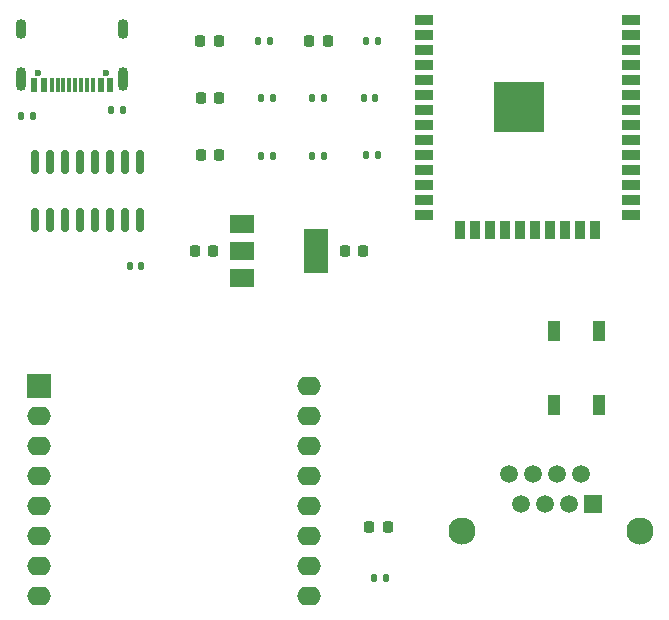
<source format=gbr>
%TF.GenerationSoftware,KiCad,Pcbnew,(6.0.11-0)*%
%TF.CreationDate,2023-03-27T22:19:29-07:00*%
%TF.ProjectId,LED,4c45442e-6b69-4636-9164-5f7063625858,rev?*%
%TF.SameCoordinates,Original*%
%TF.FileFunction,Soldermask,Top*%
%TF.FilePolarity,Negative*%
%FSLAX46Y46*%
G04 Gerber Fmt 4.6, Leading zero omitted, Abs format (unit mm)*
G04 Created by KiCad (PCBNEW (6.0.11-0)) date 2023-03-27 22:19:29*
%MOMM*%
%LPD*%
G01*
G04 APERTURE LIST*
G04 Aperture macros list*
%AMRoundRect*
0 Rectangle with rounded corners*
0 $1 Rounding radius*
0 $2 $3 $4 $5 $6 $7 $8 $9 X,Y pos of 4 corners*
0 Add a 4 corners polygon primitive as box body*
4,1,4,$2,$3,$4,$5,$6,$7,$8,$9,$2,$3,0*
0 Add four circle primitives for the rounded corners*
1,1,$1+$1,$2,$3*
1,1,$1+$1,$4,$5*
1,1,$1+$1,$6,$7*
1,1,$1+$1,$8,$9*
0 Add four rect primitives between the rounded corners*
20,1,$1+$1,$2,$3,$4,$5,0*
20,1,$1+$1,$4,$5,$6,$7,0*
20,1,$1+$1,$6,$7,$8,$9,0*
20,1,$1+$1,$8,$9,$2,$3,0*%
G04 Aperture macros list end*
%ADD10R,2.000000X2.000000*%
%ADD11O,2.000000X1.600000*%
%ADD12RoundRect,0.225000X0.225000X0.250000X-0.225000X0.250000X-0.225000X-0.250000X0.225000X-0.250000X0*%
%ADD13RoundRect,0.135000X0.135000X0.185000X-0.135000X0.185000X-0.135000X-0.185000X0.135000X-0.185000X0*%
%ADD14RoundRect,0.140000X0.140000X0.170000X-0.140000X0.170000X-0.140000X-0.170000X0.140000X-0.170000X0*%
%ADD15R,2.000000X1.500000*%
%ADD16R,2.000000X3.800000*%
%ADD17RoundRect,0.218750X-0.218750X-0.256250X0.218750X-0.256250X0.218750X0.256250X-0.218750X0.256250X0*%
%ADD18RoundRect,0.135000X-0.135000X-0.185000X0.135000X-0.185000X0.135000X0.185000X-0.135000X0.185000X0*%
%ADD19RoundRect,0.225000X-0.225000X-0.250000X0.225000X-0.250000X0.225000X0.250000X-0.225000X0.250000X0*%
%ADD20C,2.300000*%
%ADD21R,1.500000X1.500000*%
%ADD22C,1.500000*%
%ADD23R,1.000000X1.700000*%
%ADD24RoundRect,0.140000X-0.140000X-0.170000X0.140000X-0.170000X0.140000X0.170000X-0.140000X0.170000X0*%
%ADD25R,1.500000X0.900000*%
%ADD26R,0.900000X1.500000*%
%ADD27C,0.700000*%
%ADD28R,4.200000X4.200000*%
%ADD29RoundRect,0.150000X-0.150000X0.825000X-0.150000X-0.825000X0.150000X-0.825000X0.150000X0.825000X0*%
%ADD30C,0.600000*%
%ADD31R,0.600000X1.160000*%
%ADD32R,0.300000X1.160000*%
%ADD33O,0.900000X2.000000*%
%ADD34O,0.900000X1.700000*%
G04 APERTURE END LIST*
D10*
%TO.C,U2*%
X73373000Y-92710000D03*
D11*
X73373000Y-95250000D03*
X73373000Y-97790000D03*
X73373000Y-100330000D03*
X73373000Y-102870000D03*
X73373000Y-105410000D03*
X73373000Y-107950000D03*
X73373000Y-110490000D03*
X96233000Y-110490000D03*
X96233000Y-107950000D03*
X96233000Y-105410000D03*
X96233000Y-102870000D03*
X96233000Y-100330000D03*
X96233000Y-97790000D03*
X96233000Y-95250000D03*
X96233000Y-92710000D03*
%TD*%
D12*
%TO.C,C2*%
X97816000Y-63500000D03*
X96266000Y-63500000D03*
%TD*%
D13*
%TO.C,R4*%
X102797231Y-108978000D03*
X101777231Y-108978000D03*
%TD*%
D14*
%TO.C,C1*%
X101837000Y-68326000D03*
X100877000Y-68326000D03*
%TD*%
D15*
%TO.C,U4*%
X90576000Y-78980000D03*
D16*
X96876000Y-81280000D03*
D15*
X90576000Y-81280000D03*
X90576000Y-83580000D03*
%TD*%
D17*
%TO.C,D3*%
X87040000Y-63500000D03*
X88615000Y-63500000D03*
%TD*%
D18*
%TO.C,R7*%
X101101000Y-73202800D03*
X102121000Y-73202800D03*
%TD*%
D13*
%TO.C,R6*%
X93207500Y-68326000D03*
X92187500Y-68326000D03*
%TD*%
%TO.C,R1*%
X72900000Y-69850000D03*
X71880000Y-69850000D03*
%TD*%
D18*
%TO.C,R2*%
X79500000Y-69342000D03*
X80520000Y-69342000D03*
%TD*%
D19*
%TO.C,C4*%
X86601000Y-81280000D03*
X88151000Y-81280000D03*
%TD*%
D20*
%TO.C,J2*%
X124229829Y-105013169D03*
X109229829Y-105013169D03*
D21*
X120299829Y-102713169D03*
D22*
X119279829Y-100173169D03*
X118259829Y-102713169D03*
X117239829Y-100173169D03*
X116219829Y-102713169D03*
X115199829Y-100173169D03*
X114179829Y-102713169D03*
X113159829Y-100173169D03*
%TD*%
D13*
%TO.C,R8*%
X93207500Y-73240000D03*
X92187500Y-73240000D03*
%TD*%
D23*
%TO.C,SW1*%
X116972000Y-94336000D03*
X116972000Y-88036000D03*
X120772000Y-94336000D03*
X120772000Y-88036000D03*
%TD*%
D17*
%TO.C,D1*%
X87084000Y-68326000D03*
X88659000Y-68326000D03*
%TD*%
D24*
%TO.C,C6*%
X81054000Y-82550000D03*
X82014000Y-82550000D03*
%TD*%
D18*
%TO.C,R9*%
X91931500Y-63500000D03*
X92951500Y-63500000D03*
%TD*%
D13*
%TO.C,R5*%
X97538000Y-68326000D03*
X96518000Y-68326000D03*
%TD*%
D25*
%TO.C,U3*%
X105976500Y-61748000D03*
X105976500Y-63018000D03*
X105976500Y-64288000D03*
X105976500Y-65558000D03*
X105976500Y-66828000D03*
X105976500Y-68098000D03*
X105976500Y-69368000D03*
X105976500Y-70638000D03*
X105976500Y-71908000D03*
X105976500Y-73178000D03*
X105976500Y-74448000D03*
X105976500Y-75718000D03*
X105976500Y-76988000D03*
X105976500Y-78258000D03*
D26*
X109016500Y-79508000D03*
X110286500Y-79508000D03*
X111556500Y-79508000D03*
X112826500Y-79508000D03*
X114096500Y-79508000D03*
X115366500Y-79508000D03*
X116636500Y-79508000D03*
X117906500Y-79508000D03*
X119176500Y-79508000D03*
X120446500Y-79508000D03*
D25*
X123476500Y-78258000D03*
X123476500Y-76988000D03*
X123476500Y-75718000D03*
X123476500Y-74448000D03*
X123476500Y-73178000D03*
X123476500Y-71908000D03*
X123476500Y-70638000D03*
X123476500Y-69368000D03*
X123476500Y-68098000D03*
X123476500Y-66828000D03*
X123476500Y-65558000D03*
X123476500Y-64288000D03*
X123476500Y-63018000D03*
X123476500Y-61748000D03*
D27*
X114809000Y-67563000D03*
X114046500Y-69850500D03*
X114809000Y-70613000D03*
X113284000Y-69088000D03*
X114809000Y-69088000D03*
X112521500Y-69850500D03*
X114046500Y-68325500D03*
X113284000Y-70613000D03*
X115571500Y-68325500D03*
X115571500Y-69850500D03*
X112521500Y-68325500D03*
X113284000Y-67563000D03*
D28*
X114046500Y-69088000D03*
%TD*%
D29*
%TO.C,U1*%
X81915000Y-73725000D03*
X80645000Y-73725000D03*
X79375000Y-73725000D03*
X78105000Y-73725000D03*
X76835000Y-73725000D03*
X75565000Y-73725000D03*
X74295000Y-73725000D03*
X73025000Y-73725000D03*
X73025000Y-78675000D03*
X74295000Y-78675000D03*
X75565000Y-78675000D03*
X76835000Y-78675000D03*
X78105000Y-78675000D03*
X79375000Y-78675000D03*
X80645000Y-78675000D03*
X81915000Y-78675000D03*
%TD*%
D30*
%TO.C,J1*%
X73310000Y-66220000D03*
X79090000Y-66220000D03*
D31*
X79400000Y-67280000D03*
X78600000Y-67280000D03*
D32*
X77450000Y-67280000D03*
X76450000Y-67280000D03*
X75950000Y-67280000D03*
X74950000Y-67280000D03*
D31*
X73800000Y-67280000D03*
X73000000Y-67280000D03*
X73000000Y-67280000D03*
X73800000Y-67280000D03*
D32*
X74450000Y-67280000D03*
X75450000Y-67280000D03*
X76950000Y-67280000D03*
X77950000Y-67280000D03*
D31*
X78600000Y-67280000D03*
X79400000Y-67280000D03*
D33*
X71880000Y-66700000D03*
D34*
X80520000Y-62530000D03*
D33*
X80520000Y-66700000D03*
D34*
X71880000Y-62530000D03*
%TD*%
D24*
%TO.C,C3*%
X101103000Y-63500000D03*
X102063000Y-63500000D03*
%TD*%
D17*
%TO.C,D4*%
X87084000Y-73152000D03*
X88659000Y-73152000D03*
%TD*%
%TO.C,D2*%
X101320500Y-104648000D03*
X102895500Y-104648000D03*
%TD*%
D19*
%TO.C,C5*%
X99301000Y-81280000D03*
X100851000Y-81280000D03*
%TD*%
D18*
%TO.C,R3*%
X96467200Y-73253600D03*
X97487200Y-73253600D03*
%TD*%
M02*

</source>
